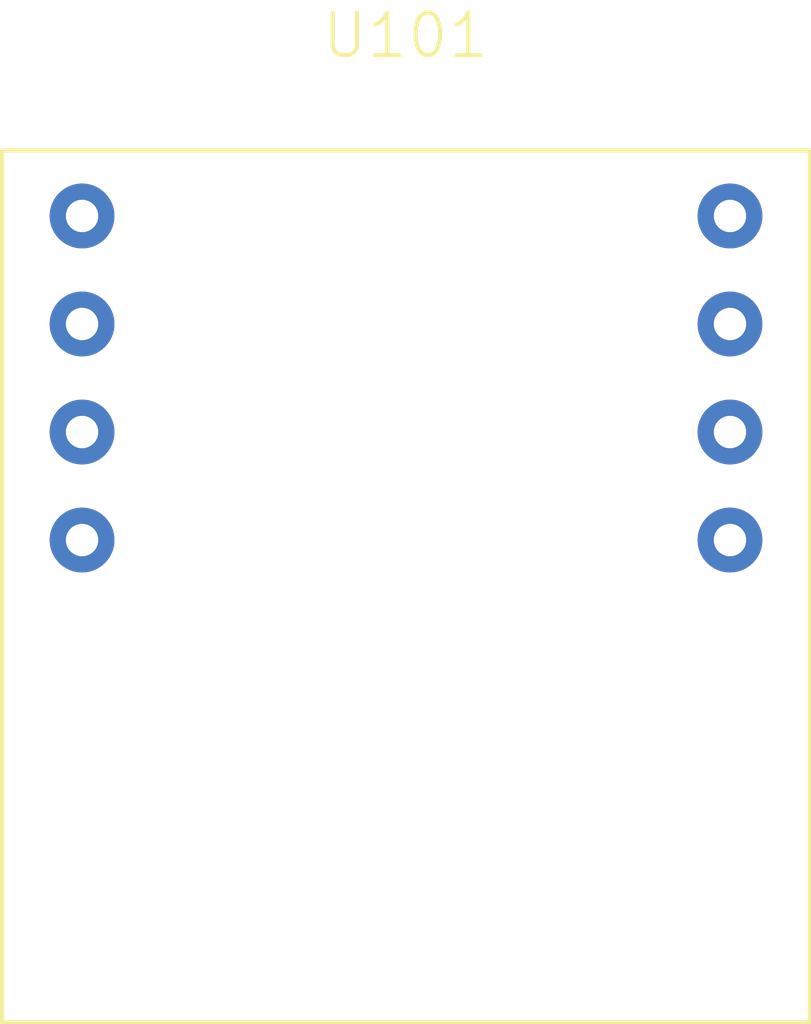
<source format=kicad_pcb>
(kicad_pcb (version 20240108) (generator "pcbnew") (generator_version "8.0")
  (layers (0 "F.Cu" signal) (31 "B.Cu" signal) (34 "B.Paste" user) (35 "F.Paste" user) (36 "B.SilkS" user "B.Silkscreen") (37 "F.SilkS" user "F.Silkscreen") (38 "B.Mask" user) (39 "F.Mask" user) (44 "Edge.Cuts" user))
  (net 0 "")
  (net 1 "/IOREF")
  (net 2 "/RX")
  (net 3 "GND")
  (net 4 "/VOUT")
  (net 5 "/EN_IN")
  (net 6 "/TX")
  (footprint "WOBCLibrary:ICS" (layer "F.Cu") (at 149.54 58.01)
    (property "Reference" "U101" (at -0.01 -7.7 0) (layer "F.SilkS") (effects (font (thickness 0.1))))
    (property "Value" "~")
    (fp_rect (start -9.5 -5) (end 9.5 15.5) (stroke (width 0.1)) (fill none) (layer "F.SilkS"))
    (pad "1" thru_hole circle (at -7.62 -3.46) (size 1.524 1.524) (drill 0.762) (layers "*.Cu" "*.Mask") (net 6 "/TX"))
    (pad "2" thru_hole circle (at -7.62 -0.92) (size 1.524 1.524) (drill 0.762) (layers "*.Cu" "*.Mask") (net 2 "/RX"))
    (pad "3" thru_hole circle (at -7.62 1.62) (size 1.524 1.524) (drill 0.762) (layers "*.Cu" "*.Mask") (net 5 "/EN_IN"))
    (pad "4" thru_hole circle (at 7.62 -3.46) (size 1.524 1.524) (drill 0.762) (layers "*.Cu" "*.Mask") (net 4 "/VOUT"))
    (pad "5" thru_hole circle (at 7.62 -0.92) (size 1.524 1.524) (drill 0.762) (layers "*.Cu" "*.Mask") (net 1 "/IOREF"))
    (pad "6" thru_hole circle (at 7.62 1.62) (size 1.524 1.524) (drill 0.762) (layers "*.Cu" "*.Mask") (net 1 "/IOREF"))
    (pad "7" thru_hole circle (at -7.62 4.16) (size 1.524 1.524) (drill 0.762) (layers "*.Cu" "*.Mask") (net 3 "GND"))
    (pad "8" thru_hole circle (at 7.62 4.16) (size 1.524 1.524) (drill 0.762) (layers "*.Cu" "*.Mask") (net 3 "GND"))
  )
)
</source>
